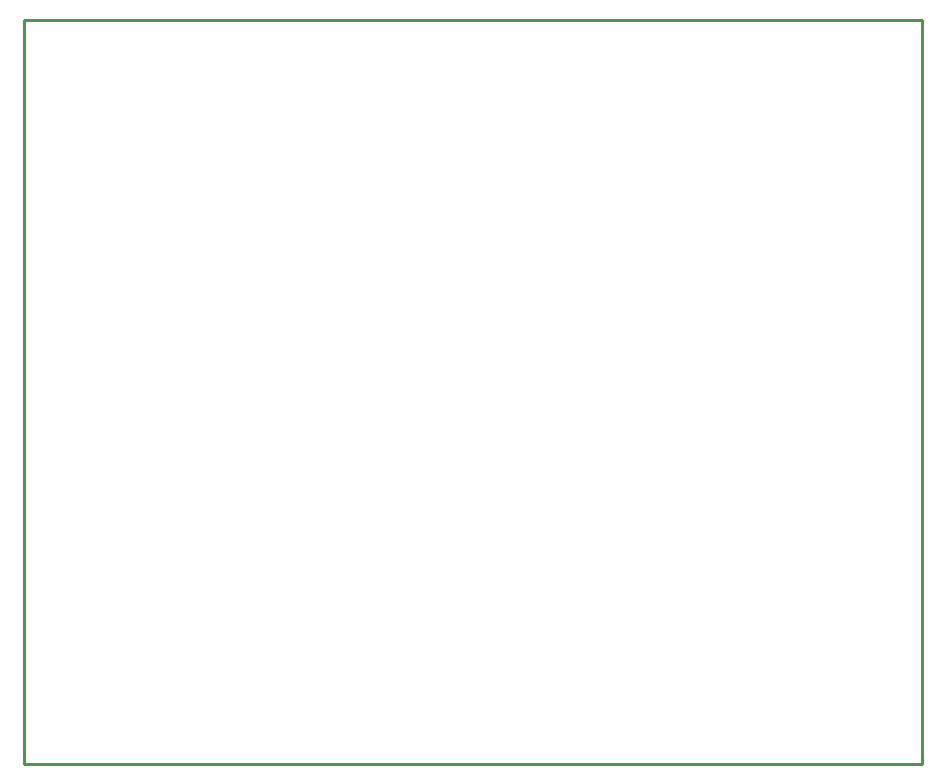
<source format=gko>
G04 Layer: BoardOutlineLayer*
G04 EasyEDA v6.5.23, 2023-05-23 22:52:14*
G04 b64d56a2c64b479e9c3a0f4ea2cfd69e,619bf967d5dd4da89e17e2f86567f5d7,10*
G04 Gerber Generator version 0.2*
G04 Scale: 100 percent, Rotated: No, Reflected: No *
G04 Dimensions in millimeters *
G04 leading zeros omitted , absolute positions ,4 integer and 5 decimal *
%FSLAX45Y45*%
%MOMM*%

%ADD10C,0.2540*%
D10*
X700023Y9400031D02*
G01*
X8299958Y9400031D01*
X8299958Y3100070D01*
X700023Y3100070D01*
X700023Y9400031D01*

%LPD*%
M02*

</source>
